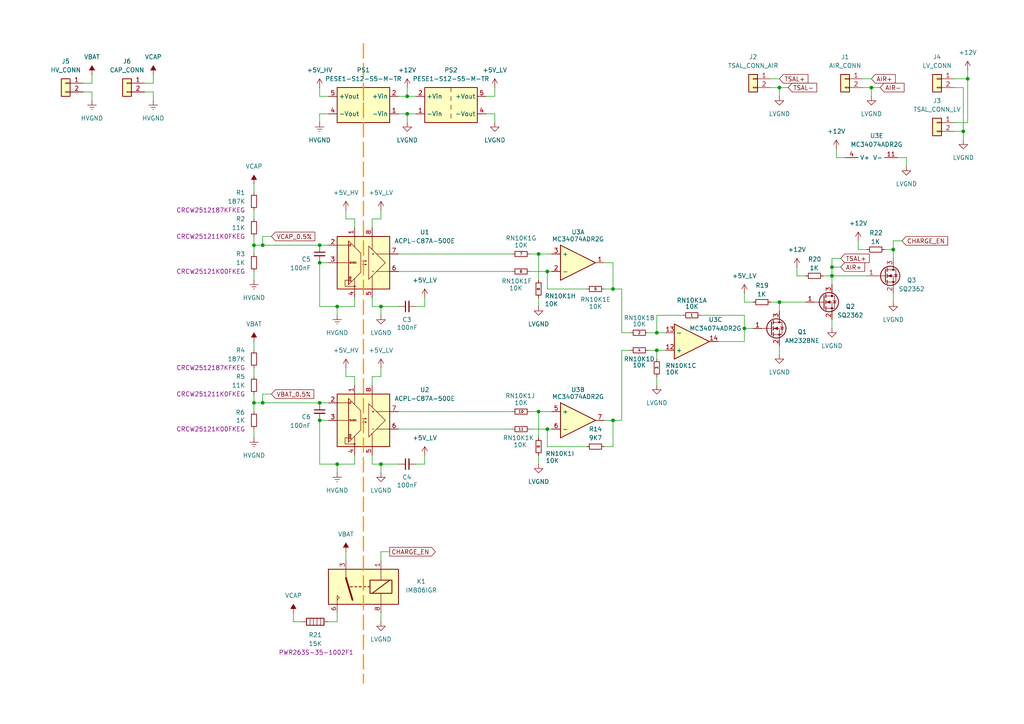
<source format=kicad_sch>
(kicad_sch (version 20231120) (generator "eeschema") (generator_version "8.0")
  (paper "A4")
  (lib_symbols
    (symbol "Conn_01x02_1" (pin_names (offset 1.016) hide)
      (property "Reference" "J2" (at 0 -8.89 0))
      (property "Value" "LV_CONN_OUT" (at 0 -6.35 0))
      (symbol "Conn_01x02_1_1_1"
        (pin passive line (at -5.08 -2.54 0) (length 3.81) (name "Pin_1") (number "1"))
        (pin passive line (at -5.08 0 0) (length 3.81) (name "Pin_2") (number "2"))
      )
    )
    (symbol "Conn_01x02_2" (pin_names (offset 1.016) hide)
      (property "Reference" "J5" (at 0 -8.89 0))
      (property "Value" "CAP_CONN" (at 0 -6.35 0))
      (symbol "Conn_01x02_2_1_1"
        (pin power_out line (at -5.08 -2.54 0) (length 3.81) (name "Pin_1") (number "1"))
        (pin power_out line (at -5.08 0 0) (length 3.81) (name "Pin_2") (number "2"))
      )
    )
    (symbol "Device:C_Small" (pin_numbers hide) (pin_names (offset 0.254) hide)
      (property "Reference" "C" (at 0.254 1.778 0))
      (property "Value" "C_Small" (at 0.254 -2.032 0))
      (symbol "C_Small_1_1"
        (pin passive line (at 0 2.54 270) (length 2.032) (name "~") (number "1"))
        (pin passive line (at 0 -2.54 90) (length 2.032) (name "~") (number "2"))
      )
    )
    (symbol "Device:Heater" (pin_numbers hide) (pin_names (offset 0))
      (property "Reference" "R21" (at 3.81 0 90))
      (property "Value" "15K" (at 6.35 0 90))
      (property "Model" "PWR263S-35-1002F1" (at 8.89 0.254 90))
      (symbol "Heater_1_1"
        (pin passive line (at 0 3.81 270) (length 1.27) (name "~") (number "1"))
        (pin passive line (at 0 -3.81 90) (length 1.27) (name "~") (number "3"))
      )
    )
    (symbol "Device:Opamp_Quad"
      (property "Reference" "U3" (at 7.112 2.286 0))
      (property "Value" "MC34074ADR2G" (at 7.112 4.826 0))
      (symbol "Opamp_Quad_1_1"
        (pin output line (at 7.62 0 180) (length 2.54) (name "~") (number "1"))
        (pin input line (at -7.62 -2.54 0) (length 2.54) (name "-") (number "2"))
        (pin input line (at -7.62 2.54 0) (length 2.54) (name "+") (number "3"))
      )
      (symbol "Opamp_Quad_2_1"
        (pin input line (at -7.62 2.54 0) (length 2.54) (name "+") (number "5"))
        (pin input line (at -7.62 -2.54 0) (length 2.54) (name "-") (number "6"))
        (pin output line (at 7.62 0 180) (length 2.54) (name "~") (number "7"))
      )
      (symbol "Opamp_Quad_3_1"
        (pin input line (at -7.62 2.54 0) (length 2.54) (name "+") (number "12"))
        (pin input line (at -7.62 -2.54 0) (length 2.54) (name "-") (number "13"))
        (pin output line (at 7.62 0 180) (length 2.54) (name "~") (number "14"))
      )
      (symbol "Opamp_Quad_4_1"
        (pin input line (at -7.62 2.54 0) (length 2.54) (name "+") (number "12"))
        (pin input line (at -7.62 -2.54 0) (length 2.54) (name "-") (number "13"))
        (pin output line (at 7.62 0 180) (length 2.54) (name "~") (number "14"))
      )
      (symbol "Opamp_Quad_5_1"
        (pin power_in line (at -2.54 -7.62 90) (length 3.81) (name "V-") (number "11"))
        (pin power_in line (at -2.54 7.62 270) (length 3.81) (name "V+") (number "4"))
      )
    )
    (symbol "Device:Q_NMOS_GSD" (pin_names (offset 0) hide)
      (property "Reference" "Q" (at 5.08 1.27 0))
      (property "Value" "Q_NMOS_GSD" (at 5.08 -1.27 0))
      (symbol "Q_NMOS_GSD_1_1"
        (pin input line (at -5.08 0 0) (length 2.54) (name "G") (number "1"))
        (pin passive line (at 2.54 -5.08 90) (length 2.54) (name "S") (number "2"))
        (pin passive line (at 2.54 5.08 270) (length 2.54) (name "D") (number "3"))
      )
    )
    (symbol "Device:R_Small" (pin_numbers hide) (pin_names (offset 0.254) hide)
      (property "Reference" "R" (at 0.762 0.508 0))
      (property "Value" "R_Small" (at 0.762 -1.016 0))
      (symbol "R_Small_1_1"
        (pin passive line (at 0 2.54 270) (length 0.762) (name "~") (number "1"))
        (pin passive line (at 0 -2.54 90) (length 0.762) (name "~") (number "2"))
      )
    )
    (symbol "ITX0505SA_1"
      (property "Reference" "PS1" (at 0 10.16 0))
      (property "Value" "PESE1-S12-S5-M-TR" (at 0 7.62 0))
      (symbol "ITX0505SA_1_0_0"
        (pin power_in line (at -10.16 -2.54 0) (length 2.54) (name "-Vin") (number "1"))
        (pin power_in line (at -10.16 2.54 0) (length 2.54) (name "+Vin") (number "2"))
      )
      (symbol "ITX0505SA_1_1_0"
        (pin power_out line (at 10.16 -2.54 180) (length 2.54) (name "-Vout") (number "4"))
        (pin power_out line (at 10.16 2.54 180) (length 2.54) (name "+Vout") (number "5"))
      )
    )
    (symbol "Isolator_Analog:ACPL-C87A" (pin_names (offset 0) hide)
      (property "Reference" "U" (at -5.08 10.795 0))
      (property "Value" "ACPL-C87A" (at -5.08 8.89 0))
      (symbol "ACPL-C87A_0_0"
        (text "GND" (at -3.81 -4.699 900) (effects (font (size 0.508 0.508))))
        (text "IN" (at -3.81 5.08 900) (effects (font (size 0.508 0.508))))
        (text "SHDN" (at -3.048 0 0) (effects (font (size 0.508 0.508))))
      )
      (symbol "ACPL-C87A_1_1"
        (pin power_in line (at -2.54 10.16 270) (length 2.54) (name "VDD1") (number "1"))
        (pin input line (at -10.16 5.08 0) (length 2.54) (name "IN") (number "2"))
        (pin input line (at -10.16 0 0) (length 2.54) (name "IN-") (number "3"))
        (pin power_in line (at -2.54 -10.16 90) (length 2.54) (name "GND1") (number "4"))
        (pin power_in line (at 2.54 -10.16 90) (length 2.54) (name "GND2") (number "5"))
        (pin output line (at 10.16 -2.54 180) (length 2.54) (name "OUT-") (number "6"))
        (pin output line (at 10.16 2.54 180) (length 2.54) (name "OUT+") (number "7"))
        (pin power_in line (at 2.54 10.16 270) (length 2.54) (name "VDD2") (number "8"))
      )
    )
    (symbol "Opamp_Quad_1"
      (property "Reference" "U3" (at 7.112 2.286 0))
      (property "Value" "MC34074ADR2G" (at 7.112 4.826 0))
      (symbol "Opamp_Quad_1_1_1"
        (pin output line (at 7.62 0 180) (length 2.54) (name "~") (number "1"))
        (pin input line (at -7.62 -2.54 0) (length 2.54) (name "-") (number "2"))
        (pin input line (at -7.62 2.54 0) (length 2.54) (name "+") (number "3"))
      )
      (symbol "Opamp_Quad_1_2_1"
        (pin input line (at -7.62 2.54 0) (length 2.54) (name "+") (number "5"))
        (pin input line (at -7.62 -2.54 0) (length 2.54) (name "-") (number "6"))
        (pin output line (at 7.62 0 180) (length 2.54) (name "~") (number "7"))
      )
      (symbol "Opamp_Quad_1_3_1"
        (pin input line (at -7.62 2.54 0) (length 2.54) (name "+") (number "12"))
        (pin input line (at -7.62 -2.54 0) (length 2.54) (name "-") (number "13"))
        (pin output line (at 7.62 0 180) (length 2.54) (name "~") (number "14"))
      )
      (symbol "Opamp_Quad_1_4_1"
        (pin input line (at -7.62 2.54 0) (length 2.54) (name "+") (number "12"))
        (pin input line (at -7.62 -2.54 0) (length 2.54) (name "-") (number "13"))
        (pin output line (at 7.62 0 180) (length 2.54) (name "~") (number "14"))
      )
      (symbol "Opamp_Quad_1_5_1"
        (pin power_in line (at -2.54 -7.62 90) (length 3.81) (name "V-") (number "11"))
        (pin power_in line (at -2.54 7.62 270) (length 3.81) (name "V+") (number "4"))
      )
    )
    (symbol "Opamp_Quad_2"
      (property "Reference" "U3" (at 7.112 2.286 0))
      (property "Value" "MC34074ADR2G" (at 7.112 4.826 0))
      (symbol "Opamp_Quad_2_1_1"
        (pin output line (at 7.62 0 180) (length 2.54) (name "~") (number "1"))
        (pin input line (at -7.62 -2.54 0) (length 2.54) (name "-") (number "2"))
        (pin input line (at -7.62 2.54 0) (length 2.54) (name "+") (number "3"))
      )
      (symbol "Opamp_Quad_2_2_1"
        (pin input line (at -7.62 2.54 0) (length 2.54) (name "+") (number "5"))
        (pin input line (at -7.62 -2.54 0) (length 2.54) (name "-") (number "6"))
        (pin output line (at 7.62 0 180) (length 2.54) (name "~") (number "7"))
      )
      (symbol "Opamp_Quad_2_3_1"
        (pin input line (at -7.62 2.54 0) (length 2.54) (name "+") (number "12"))
        (pin input line (at -7.62 -2.54 0) (length 2.54) (name "-") (number "13"))
        (pin output line (at 7.62 0 180) (length 2.54) (name "~") (number "14"))
      )
      (symbol "Opamp_Quad_2_4_1"
        (pin input line (at -7.62 2.54 0) (length 2.54) (name "+") (number "12"))
        (pin input line (at -7.62 -2.54 0) (length 2.54) (name "-") (number "13"))
        (pin output line (at 7.62 0 180) (length 2.54) (name "~") (number "14"))
      )
      (symbol "Opamp_Quad_2_5_1"
        (pin power_in line (at -2.54 -7.62 90) (length 3.81) (name "V-") (number "11"))
        (pin power_in line (at -2.54 7.62 270) (length 3.81) (name "V+") (number "4"))
      )
    )
    (symbol "Opamp_Quad_3"
      (property "Reference" "U3" (at 7.112 2.286 0))
      (property "Value" "MC34074ADR2G" (at 7.112 4.826 0))
      (symbol "Opamp_Quad_3_1_1"
        (pin output line (at 7.62 0 180) (length 2.54) (name "~") (number "1"))
        (pin input line (at -7.62 -2.54 0) (length 2.54) (name "-") (number "2"))
        (pin input line (at -7.62 2.54 0) (length 2.54) (name "+") (number "3"))
      )
      (symbol "Opamp_Quad_3_2_1"
        (pin input line (at -7.62 2.54 0) (length 2.54) (name "+") (number "5"))
        (pin input line (at -7.62 -2.54 0) (length 2.54) (name "-") (number "6"))
        (pin output line (at 7.62 0 180) (length 2.54) (name "~") (number "7"))
      )
      (symbol "Opamp_Quad_3_3_1"
        (pin input line (at -7.62 2.54 0) (length 2.54) (name "+") (number "12"))
        (pin input line (at -7.62 -2.54 0) (length 2.54) (name "-") (number "13"))
        (pin output line (at 7.62 0 180) (length 2.54) (name "~") (number "14"))
      )
      (symbol "Opamp_Quad_3_4_1"
        (pin input line (at -7.62 2.54 0) (length 2.54) (name "+") (number "12"))
        (pin input line (at -7.62 -2.54 0) (length 2.54) (name "-") (number "13"))
        (pin output line (at 7.62 0 180) (length 2.54) (name "~") (number "14"))
      )
      (symbol "Opamp_Quad_3_5_1"
        (pin power_in line (at -2.54 -7.62 90) (length 3.81) (name "V-") (number "11"))
        (pin power_in line (at -2.54 7.62 270) (length 3.81) (name "V+") (number "4"))
      )
    )
    (symbol "Relay:Relay_SPST-NO"
      (property "Reference" "K1" (at -15.24 0 90))
      (property "Value" "IMB03IGR" (at -12.7 0 90))
      (symbol "Relay_SPST-NO_1_1"
        (pin passive line (at -5.08 -7.62 90) (length 2.54) (name "~") (number "1"))
        (pin passive line (at 5.08 -7.62 90) (length 2.54) (name "~") (number "3"))
        (pin passive line (at 7.62 7.62 270) (length 2.54) (name "~") (number "6"))
        (pin passive line (at -5.08 7.62 270) (length 2.54) (name "~") (number "8"))
      )
    )
    (symbol "customSymbols:OSOPTC1002AT0"
      (property "Reference" "RN10K" (at 0 2.54 0))
      (symbol "OSOPTC1002AT0_1_1"
        (text "1" (at 0 0 0) (effects (font (size 0.762 0.762))))
        (pin passive line (at -2.54 0 0) (length 0.762) (name "~") (number "1"))
        (pin passive line (at 2.54 0 180) (length 0.762) (name "~") (number "24"))
      )
      (symbol "OSOPTC1002AT0_2_1"
        (text "2" (at 0 0 0) (effects (font (size 0.762 0.762))))
        (pin passive line (at -2.54 0 0) (length 0.762) (name "~") (number "2"))
        (pin passive line (at 2.54 0 180) (length 0.762) (name "~") (number "23"))
      )
      (symbol "OSOPTC1002AT0_3_1"
        (text "3" (at 0 0 0) (effects (font (size 0.762 0.762))))
        (pin passive line (at 2.54 0 180) (length 0.762) (name "~") (number "22"))
        (pin passive line (at -2.54 0 0) (length 0.762) (name "~") (number "3"))
      )
      (symbol "OSOPTC1002AT0_4_1"
        (text "4" (at 0 0 0) (effects (font (size 0.762 0.762))))
        (pin passive line (at 2.54 0 180) (length 0.762) (name "~") (number "21"))
        (pin passive line (at -2.54 0 0) (length 0.762) (name "~") (number "4"))
      )
      (symbol "OSOPTC1002AT0_5_1"
        (text "5" (at 0 0 0) (effects (font (size 0.762 0.762))))
        (pin passive line (at 2.54 0 180) (length 0.762) (name "~") (number "20"))
        (pin passive line (at -2.54 0 0) (length 0.762) (name "~") (number "5"))
      )
      (symbol "OSOPTC1002AT0_6_1"
        (text "6" (at 0 0 0) (effects (font (size 0.762 0.762))))
        (pin passive line (at 2.54 0 180) (length 0.762) (name "~") (number "19"))
        (pin passive line (at -2.54 0 0) (length 0.762) (name "~") (number "6"))
      )
      (symbol "OSOPTC1002AT0_7_1"
        (text "7" (at 0 0 0) (effects (font (size 0.762 0.762))))
        (pin passive line (at 2.54 0 180) (length 0.762) (name "~") (number "18"))
        (pin passive line (at -2.54 0 0) (length 0.762) (name "~") (number "7"))
      )
      (symbol "OSOPTC1002AT0_8_1"
        (text "8" (at 0 0 0) (effects (font (size 0.762 0.762))))
        (pin passive line (at 2.54 0 180) (length 0.762) (name "~") (number "17"))
        (pin passive line (at -2.54 0 0) (length 0.762) (name "~") (number "8"))
      )
      (symbol "OSOPTC1002AT0_9_1"
        (text "9" (at 0 0 0) (effects (font (size 0.762 0.762))))
        (pin passive line (at 2.54 0 180) (length 0.762) (name "~") (number "16"))
        (pin passive line (at -2.54 0 0) (length 0.762) (name "~") (number "9"))
      )
      (symbol "OSOPTC1002AT0_10_1"
        (text "10" (at 0 0 0) (effects (font (size 0.762 0.762))))
        (pin passive line (at -2.54 0 0) (length 0.762) (name "~") (number "10"))
        (pin passive line (at 2.54 0 180) (length 0.762) (name "~") (number "15"))
      )
      (symbol "OSOPTC1002AT0_11_1"
        (text "11" (at 0 0 0) (effects (font (size 0.762 0.762))))
        (pin passive line (at -2.54 0 0) (length 0.762) (name "~") (number "11"))
        (pin passive line (at 2.54 0 180) (length 0.762) (name "~") (number "14"))
      )
      (symbol "OSOPTC1002AT0_12_1"
        (text "12" (at 0 0 0) (effects (font (size 0.762 0.762))))
        (pin passive line (at -2.54 0 0) (length 0.762) (name "~") (number "12"))
        (pin passive line (at 2.54 0 180) (length 0.762) (name "~") (number "13"))
      )
    )
    (symbol "power:+12V" (power) (pin_numbers hide) (pin_names (offset 0) hide)
      (property "Value" "+12V" (at 0 3.556 0))
      (symbol "+12V_1_1"
        (pin power_in line (at 0 0 90) (length 0) (name "~") (number "1"))
      )
    )
    (symbol "power:+5V" (power) (pin_numbers hide) (pin_names (offset 0) hide)
      (property "Value" "+5V" (at 0 3.556 0))
      (symbol "+5V_1_1"
        (pin power_in line (at 0 0 90) (length 0) (name "~") (number "1"))
      )
    )
    (symbol "power:GND" (power) (pin_numbers hide) (pin_names (offset 0) hide)
      (property "Value" "GND" (at 0 -3.81 0))
      (symbol "GND_1_1"
        (pin power_in line (at 0 0 270) (length 0) (name "~") (number "1"))
      )
    )
    (symbol "power:GNDREF" (power) (pin_numbers hide) (pin_names (offset 0) hide)
      (property "Value" "GNDREF" (at 0 -3.81 0))
      (symbol "GNDREF_1_1"
        (pin power_in line (at 0 0 270) (length 0) (name "~") (number "1"))
      )
    )
    (symbol "power:VSS" (power) (pin_numbers hide) (pin_names (offset 0) hide)
      (property "Value" "VSS" (at 0 3.556 0))
      (symbol "VSS_1_1"
        (pin power_in line (at 0 0 90) (length 0) (name "~") (number "1"))
      )
    )
    (symbol "power:VSSA" (power) (pin_numbers hide) (pin_names (offset 0) hide)
      (property "Value" "VSSA" (at 0 3.556 0))
      (symbol "VSSA_1_1"
        (pin power_in line (at 0 0 90) (length 0) (name "~") (number "1"))
      )
    )
  )
  (junction (at 110.49 88.9))
  (junction (at 259.08 72.39))
  (junction (at 76.2 71.12))
  (junction (at 279.4 38.1))
  (junction (at 118.11 33.02))
  (junction (at 76.2 116.84))
  (junction (at 241.3 77.47))
  (junction (at 73.66 71.12))
  (junction (at 158.75 78.74))
  (junction (at 252.73 25.4))
  (junction (at 97.79 134.62))
  (junction (at 177.8 121.92))
  (junction (at 92.71 116.84))
  (junction (at 190.5 96.52))
  (junction (at 156.21 119.38))
  (junction (at 97.79 88.9))
  (junction (at 158.75 124.46))
  (junction (at 73.66 116.84))
  (junction (at 92.71 121.92))
  (junction (at 241.3 80.01))
  (junction (at 110.49 134.62))
  (junction (at 156.21 73.66))
  (junction (at 226.06 25.4))
  (junction (at 226.06 87.63))
  (junction (at 118.11 27.94))
  (junction (at 280.67 22.86))
  (junction (at 177.8 83.82))
  (junction (at 215.9 95.25))
  (junction (at 92.71 76.2))
  (junction (at 92.71 71.12))
  (junction (at 190.5 101.6))
  (wire (pts (xy 158.75 83.82) (xy 158.75 78.74)))
  (wire (pts (xy 73.66 114.3) (xy 73.66 116.84)))
  (wire (pts (xy 226.06 87.63) (xy 233.68 87.63)))
  (wire (pts (xy 95.25 121.92) (xy 92.71 121.92)))
  (wire (pts (xy 107.95 132.08) (xy 107.95 134.62)))
  (wire (pts (xy 24.13 26.67) (xy 26.67 26.67)))
  (wire (pts (xy 92.71 71.12) (xy 95.25 71.12)))
  (wire (pts (xy 180.34 96.52) (xy 180.34 83.82)))
  (wire (pts (xy 226.06 25.4) (xy 226.06 27.94)))
  (wire (pts (xy 241.3 74.93) (xy 243.84 74.93)))
  (wire (pts (xy 190.5 101.6) (xy 190.5 104.14)))
  (wire (pts (xy 180.34 101.6) (xy 180.34 121.92)))
  (wire (pts (xy 241.3 74.93) (xy 241.3 77.47)))
  (wire (pts (xy 223.52 22.86) (xy 226.06 22.86)))
  (wire (pts (xy 259.08 69.85) (xy 259.08 72.39)))
  (wire (pts (xy 156.21 119.38) (xy 160.02 119.38)))
  (wire (pts (xy 252.73 25.4) (xy 255.27 25.4)))
  (wire (pts (xy 73.66 71.12) (xy 73.66 73.66)))
  (wire (pts (xy 110.49 160.02) (xy 110.49 162.56)))
  (wire (pts (xy 180.34 101.6) (xy 182.88 101.6)))
  (wire (pts (xy 100.33 63.5) (xy 102.87 63.5)))
  (wire (pts (xy 177.8 83.82) (xy 180.34 83.82)))
  (wire (pts (xy 26.67 21.59) (xy 26.67 24.13)))
  (wire (pts (xy 241.3 92.71) (xy 241.3 95.25)))
  (wire (pts (xy 279.4 25.4) (xy 279.4 38.1)))
  (wire (pts (xy 260.35 45.72) (xy 262.89 45.72)))
  (wire (pts (xy 97.79 88.9) (xy 102.87 88.9)))
  (wire (pts (xy 110.49 88.9) (xy 115.57 88.9)))
  (wire (pts (xy 250.19 25.4) (xy 252.73 25.4)))
  (wire (pts (xy 118.11 27.94) (xy 120.65 27.94)))
  (wire (pts (xy 215.9 87.63) (xy 218.44 87.63)))
  (wire (pts (xy 73.66 106.68) (xy 73.66 109.22)))
  (wire (pts (xy 95.25 76.2) (xy 92.71 76.2)))
  (wire (pts (xy 153.67 119.38) (xy 156.21 119.38)))
  (wire (pts (xy 190.5 96.52) (xy 193.04 96.52)))
  (wire (pts (xy 143.51 33.02) (xy 143.51 35.56)))
  (wire (pts (xy 110.49 60.96) (xy 110.49 63.5)))
  (wire (pts (xy 238.76 80.01) (xy 241.3 80.01)))
  (wire (pts (xy 248.92 72.39) (xy 251.46 72.39)))
  (wire (pts (xy 256.54 72.39) (xy 259.08 72.39)))
  (wire (pts (xy 242.57 45.72) (xy 245.11 45.72)))
  (wire (pts (xy 92.71 116.84) (xy 95.25 116.84)))
  (wire (pts (xy 280.67 22.86) (xy 280.67 35.56)))
  (wire (pts (xy 226.06 25.4) (xy 228.6 25.4)))
  (wire (pts (xy 262.89 45.72) (xy 262.89 48.26)))
  (wire (pts (xy 215.9 95.25) (xy 215.9 99.06)))
  (wire (pts (xy 241.3 80.01) (xy 241.3 82.55)))
  (wire (pts (xy 187.96 96.52) (xy 190.5 96.52)))
  (wire (pts (xy 223.52 25.4) (xy 226.06 25.4)))
  (wire (pts (xy 156.21 119.38) (xy 156.21 127)))
  (wire (pts (xy 73.66 124.46) (xy 73.66 127)))
  (wire (pts (xy 231.14 80.01) (xy 233.68 80.01)))
  (wire (pts (xy 102.87 109.22) (xy 102.87 111.76)))
  (wire (pts (xy 175.26 121.92) (xy 177.8 121.92)))
  (wire (pts (xy 115.57 78.74) (xy 148.59 78.74)))
  (wire (pts (xy 107.95 66.04) (xy 107.95 63.5)))
  (wire (pts (xy 250.19 22.86) (xy 252.73 22.86)))
  (wire (pts (xy 115.57 33.02) (xy 118.11 33.02)))
  (wire (pts (xy 170.18 83.82) (xy 158.75 83.82)))
  (wire (pts (xy 153.67 124.46) (xy 158.75 124.46)))
  (wire (pts (xy 259.08 85.09) (xy 259.08 87.63)))
  (wire (pts (xy 102.87 63.5) (xy 102.87 66.04)))
  (wire (pts (xy 175.26 129.54) (xy 177.8 129.54)))
  (wire (pts (xy 156.21 73.66) (xy 156.21 81.28)))
  (wire (pts (xy 76.2 114.3) (xy 76.2 116.84)))
  (wire (pts (xy 156.21 132.08) (xy 156.21 134.62)))
  (wire (pts (xy 97.79 177.8) (xy 97.79 180.34)))
  (wire (pts (xy 170.18 129.54) (xy 158.75 129.54)))
  (wire (pts (xy 118.11 25.4) (xy 118.11 27.94)))
  (wire (pts (xy 73.66 99.06) (xy 73.66 101.6)))
  (wire (pts (xy 252.73 25.4) (xy 252.73 27.94)))
  (wire (pts (xy 41.91 24.13) (xy 44.45 24.13)))
  (wire (pts (xy 248.92 69.85) (xy 248.92 72.39)))
  (wire (pts (xy 276.86 38.1) (xy 279.4 38.1)))
  (wire (pts (xy 143.51 25.4) (xy 143.51 27.94)))
  (wire (pts (xy 76.2 68.58) (xy 78.74 68.58)))
  (wire (pts (xy 208.28 99.06) (xy 215.9 99.06)))
  (wire (pts (xy 73.66 116.84) (xy 73.66 119.38)))
  (wire (pts (xy 92.71 33.02) (xy 92.71 35.56)))
  (wire (pts (xy 153.67 78.74) (xy 158.75 78.74)))
  (wire (pts (xy 92.71 121.92) (xy 92.71 134.62)))
  (wire (pts (xy 110.49 106.68) (xy 110.49 109.22)))
  (wire (pts (xy 97.79 88.9) (xy 97.79 91.44)))
  (wire (pts (xy 107.95 134.62) (xy 110.49 134.62)))
  (wire (pts (xy 203.2 91.44) (xy 215.9 91.44)))
  (wire (pts (xy 279.4 38.1) (xy 279.4 40.64)))
  (wire (pts (xy 115.57 124.46) (xy 148.59 124.46)))
  (wire (pts (xy 110.49 177.8) (xy 110.49 180.34)))
  (wire (pts (xy 73.66 78.74) (xy 73.66 81.28)))
  (wire (pts (xy 226.06 100.33) (xy 226.06 102.87)))
  (wire (pts (xy 226.06 87.63) (xy 226.06 90.17)))
  (wire (pts (xy 24.13 24.13) (xy 26.67 24.13)))
  (wire (pts (xy 158.75 129.54) (xy 158.75 124.46)))
  (wire (pts (xy 26.67 26.67) (xy 26.67 29.21)))
  (wire (pts (xy 175.26 76.2) (xy 177.8 76.2)))
  (wire (pts (xy 110.49 88.9) (xy 110.49 91.44)))
  (wire (pts (xy 241.3 77.47) (xy 241.3 80.01)))
  (wire (pts (xy 276.86 25.4) (xy 279.4 25.4)))
  (wire (pts (xy 156.21 73.66) (xy 160.02 73.66)))
  (wire (pts (xy 190.5 109.22) (xy 190.5 111.76)))
  (wire (pts (xy 107.95 109.22) (xy 110.49 109.22)))
  (wire (pts (xy 87.63 180.34) (xy 85.09 180.34)))
  (wire (pts (xy 215.9 95.25) (xy 218.44 95.25)))
  (wire (pts (xy 76.2 116.84) (xy 92.71 116.84)))
  (wire (pts (xy 259.08 69.85) (xy 261.62 69.85)))
  (wire (pts (xy 110.49 160.02) (xy 113.03 160.02)))
  (wire (pts (xy 177.8 83.82) (xy 177.8 76.2)))
  (wire (pts (xy 243.84 77.47) (xy 241.3 77.47)))
  (wire (pts (xy 223.52 87.63) (xy 226.06 87.63)))
  (wire (pts (xy 76.2 71.12) (xy 92.71 71.12)))
  (wire (pts (xy 73.66 53.34) (xy 73.66 55.88)))
  (wire (pts (xy 115.57 27.94) (xy 118.11 27.94)))
  (wire (pts (xy 140.97 27.94) (xy 143.51 27.94)))
  (wire (pts (xy 175.26 83.82) (xy 177.8 83.82)))
  (wire (pts (xy 107.95 86.36) (xy 107.95 88.9)))
  (wire (pts (xy 118.11 33.02) (xy 120.65 33.02)))
  (wire (pts (xy 102.87 134.62) (xy 102.87 132.08)))
  (wire (pts (xy 118.11 33.02) (xy 118.11 35.56)))
  (wire (pts (xy 73.66 71.12) (xy 76.2 71.12)))
  (wire (pts (xy 231.14 77.47) (xy 231.14 80.01)))
  (wire (pts (xy 110.49 134.62) (xy 110.49 137.16)))
  (wire (pts (xy 215.9 85.09) (xy 215.9 87.63)))
  (wire (pts (xy 92.71 88.9) (xy 97.79 88.9)))
  (wire (pts (xy 187.96 101.6) (xy 190.5 101.6)))
  (wire (pts (xy 190.5 101.6) (xy 193.04 101.6)))
  (wire (pts (xy 276.86 35.56) (xy 280.67 35.56)))
  (wire (pts (xy 92.71 76.2) (xy 92.71 88.9)))
  (wire (pts (xy 100.33 160.02) (xy 100.33 162.56)))
  (wire (pts (xy 153.67 73.66) (xy 156.21 73.66)))
  (wire (pts (xy 92.71 134.62) (xy 97.79 134.62)))
  (wire (pts (xy 76.2 114.3) (xy 78.74 114.3)))
  (wire (pts (xy 242.57 43.18) (xy 242.57 45.72)))
  (wire (pts (xy 100.33 106.68) (xy 100.33 109.22)))
  (wire (pts (xy 158.75 78.74) (xy 160.02 78.74)))
  (wire (pts (xy 73.66 60.96) (xy 73.66 63.5)))
  (wire (pts (xy 100.33 109.22) (xy 102.87 109.22)))
  (wire (pts (xy 107.95 63.5) (xy 110.49 63.5)))
  (wire (pts (xy 107.95 88.9) (xy 110.49 88.9)))
  (wire (pts (xy 107.95 111.76) (xy 107.95 109.22)))
  (wire (pts (xy 180.34 96.52) (xy 182.88 96.52)))
  (wire (pts (xy 120.65 134.62) (xy 123.19 134.62)))
  (wire (pts (xy 92.71 27.94) (xy 95.25 27.94)))
  (wire (pts (xy 44.45 26.67) (xy 44.45 29.21)))
  (wire (pts (xy 41.91 26.67) (xy 44.45 26.67)))
  (wire (pts (xy 259.08 72.39) (xy 259.08 74.93)))
  (wire (pts (xy 120.65 88.9) (xy 123.19 88.9)))
  (wire (pts (xy 123.19 134.62) (xy 123.19 132.08)))
  (wire (pts (xy 123.19 88.9) (xy 123.19 86.36)))
  (wire (pts (xy 102.87 88.9) (xy 102.87 86.36)))
  (wire (pts (xy 76.2 68.58) (xy 76.2 71.12)))
  (wire (pts (xy 115.57 119.38) (xy 148.59 119.38)))
  (wire (pts (xy 110.49 134.62) (xy 115.57 134.62)))
  (wire (pts (xy 276.86 22.86) (xy 280.67 22.86)))
  (wire (pts (xy 177.8 129.54) (xy 177.8 121.92)))
  (wire (pts (xy 215.9 91.44) (xy 215.9 95.25)))
  (wire (pts (xy 73.66 68.58) (xy 73.66 71.12)))
  (wire (pts (xy 92.71 33.02) (xy 95.25 33.02)))
  (wire (pts (xy 140.97 33.02) (xy 143.51 33.02)))
  (wire (pts (xy 115.57 73.66) (xy 148.59 73.66)))
  (polyline (pts (xy 105.41 12.7) (xy 105.41 198.12)) (stroke (width 0.381) (type dash) (color 255 153 0 1)))
  (wire (pts (xy 241.3 80.01) (xy 251.46 80.01)))
  (wire (pts (xy 280.67 20.32) (xy 280.67 22.86)))
  (wire (pts (xy 180.34 121.92) (xy 177.8 121.92)))
  (wire (pts (xy 158.75 124.46) (xy 160.02 124.46)))
  (wire (pts (xy 73.66 116.84) (xy 76.2 116.84)))
  (wire (pts (xy 97.79 134.62) (xy 102.87 134.62)))
  (wire (pts (xy 100.33 60.96) (xy 100.33 63.5)))
  (wire (pts (xy 97.79 180.34) (xy 95.25 180.34)))
  (wire (pts (xy 156.21 86.36) (xy 156.21 88.9)))
  (wire (pts (xy 85.09 180.34) (xy 85.09 177.8)))
  (wire (pts (xy 190.5 91.44) (xy 190.5 96.52)))
  (wire (pts (xy 97.79 134.62) (xy 97.79 137.16)))
  (wire (pts (xy 198.12 91.44) (xy 190.5 91.44)))
  (wire (pts (xy 44.45 24.13) (xy 44.45 21.59)))
  (wire (pts (xy 92.71 25.4) (xy 92.71 27.94)))
  (global_label "CHARGE_EN" (shape input) (at 261.62 69.85 0) (property "Intersheetrefs" "${INTERSHEET_REFS}" (effects (hide yes))))
  (global_label "CHARGE_EN" (shape output) (at 113.03 160.02 0) (property "Intersheetrefs" "${INTERSHEET_REFS}" (effects (hide yes))))
  (global_label "TSAL-" (shape input) (at 228.6 25.4 0) (property "Intersheetrefs" "${INTERSHEET_REFS}" (effects (hide yes))))
  (global_label "AIR-" (shape input) (at 255.27 25.4 0) (property "Intersheetrefs" "${INTERSHEET_REFS}" (effects (hide yes))))
  (global_label "VBAT_0.5%" (shape input) (at 78.74 114.3 0) (property "Intersheetrefs" "${INTERSHEET_REFS}" (effects (hide yes))))
  (global_label "VCAP_0.5%" (shape input) (at 78.74 68.58 0) (property "Intersheetrefs" "${INTERSHEET_REFS}" (effects (hide yes))))
  (global_label "AIR+" (shape input) (at 243.84 77.47 0) (property "Intersheetrefs" "${INTERSHEET_REFS}" (effects (hide yes))))
  (global_label "AIR+" (shape input) (at 252.73 22.86 0) (property "Intersheetrefs" "${INTERSHEET_REFS}" (effects (hide yes))))
  (global_label "TSAL+" (shape input) (at 243.84 74.93 0) (property "Intersheetrefs" "${INTERSHEET_REFS}" (effects (hide yes))))
  (global_label "TSAL+" (shape input) (at 226.06 22.86 0) (property "Intersheetrefs" "${INTERSHEET_REFS}" (effects (hide yes))))
  (symbol (lib_id "customSymbols:OSOPTC1002AT0") (at 151.13 78.74 0) (mirror x) (unit 6)
    (property "Reference" "RN10K1" (at 149.86 81.534 0))
    (property "Value" "10K" (at 149.606 83.566 0))
    (property "Footprint" "customFootprints:GULLWING24_VIS" (effects (hide yes)))
  )
  (symbol (lib_id "customSymbols:OSOPTC1002AT0") (at 185.42 96.52 0) (unit 2)
    (property "Reference" "RN10K1" (at 185.42 92.202 0))
    (property "Value" "10K" (at 185.42 93.98 0))
    (property "Footprint" "customFootprints:GULLWING24_VIS" (effects (hide yes)))
  )
  (symbol (lib_id "power:VSSA") (at 85.09 177.8 0) (mirror y) (unit 1)
    (property "Reference" "#PWR037" (effects (hide yes)))
    (property "Value" "VCAP" (at 85.09 172.72 0))
    (property "Description" "Power symbol creates a global label with name \"VSSA\"" (effects (hide yes)))
  )
  (symbol (lib_id "power:GNDREF") (at 97.79 137.16 0) (unit 1)
    (property "Reference" "#PWR019" (effects (hide yes)))
    (property "Value" "HVGND" (at 97.79 142.24 0))
    (property "Description" "Power symbol creates a global label with name \"GNDREF\" , reference supply ground" (effects (hide yes)))
  )
  (symbol (lib_name "Conn_01x02_1") (lib_id "Connector_Generic:Conn_01x02") (at 245.11 25.4 180) (unit 1)
    (property "Reference" "J1" (at 245.11 16.51 0))
    (property "Value" "AIR_CONN" (at 245.11 19.05 0))
    (property "Footprint" "molexMiniFitJr:MFJ_2X1" (effects (hide yes)))
    (property "Description" "Generic connector, single row, 01x02, script generated (kicad-library-utils/schlib/autogen/connector/)" (effects (hide yes)))
  )
  (symbol (lib_name "ITX0505SA_1") (lib_id "Converter_DCDC:ITX0505SA") (at 105.41 30.48 0) (mirror y) (unit 1)
    (property "Reference" "PS1" (at 105.41 20.32 0))
    (property "Value" "PESE1-S12-S5-M-TR" (at 105.41 22.86 0))
    (property "Footprint" "customFootprints:SMD5_12.75X10.7X6.7_SINGLE_RCP" (effects (hide yes)))
    (property "Datasheet" "https://www.xppower.com/pdfs/SF_ITX.pdf" (effects (hide yes)))
    (property "Description" "XP Power 6W, 1000 VDC Isolated DC/DC Converter Module, Fully Regulated Single Output Voltage 5V, ±1200mA, 5V Input Voltage, SIP" (effects (hide yes)))
  )
  (symbol (lib_id "Device:R_Small") (at 172.72 129.54 90) (mirror x) (unit 1)
    (property "Reference" "R14" (at 172.72 124.46 90))
    (property "Value" "9K7" (at 172.72 127 90))
    (property "Footprint" "Resistor_SMD:R_0805_2012Metric" (effects (hide yes)))
    (property "Description" "Resistor, small symbol" (effects (hide yes)))
  )
  (symbol (lib_id "Relay:Relay_SPST-NO") (at 105.41 170.18 180) (unit 1)
    (property "Reference" "K1" (at 122.174 168.656 0))
    (property "Value" "IMB06IGR" (at 122.174 171.196 0))
    (property "Footprint" "customFootprints:IMB03IGR" (effects (hide yes)))
    (property "Description" "Relay SPST, normally open, EN50005" (effects (hide yes)))
  )
  (symbol (lib_id "Device:R_Small") (at 73.66 104.14 0) (unit 1)
    (property "Reference" "R4" (at 71.12 101.5999 0) (effects (justify right)))
    (property "Value" "187K" (at 71.12 104.1399 0) (effects (justify right)))
    (property "Footprint" "customFootprints:RC2512N_VIS" (effects (hide yes)))
    (property "Description" "Resistor, small symbol" (effects (hide yes)))
    (property "Tolerance" "≥1%" (effects (hide yes)))
    (property "Model" "CRCW2512187KFKEG" (at 71.12 106.6799 0) (effects (justify right)))
  )
  (symbol (lib_id "power:+5V") (at 215.9 85.09 0) (unit 1)
    (property "Reference" "#PWR032" (effects (hide yes)))
    (property "Value" "+5V_LV" (at 215.9 80.01 0))
    (property "Description" "Power symbol creates a global label with name \"+5V\"" (effects (hide yes)))
  )
  (symbol (lib_id "Device:R_Small") (at 220.98 87.63 270) (unit 1)
    (property "Reference" "R19" (at 223.012 82.804 90) (effects (justify right)))
    (property "Value" "1K" (at 222.25 85.344 90) (effects (justify right)))
    (property "Footprint" "Resistor_SMD:R_0805_2012Metric" (effects (hide yes)))
    (property "Description" "Resistor, small symbol" (effects (hide yes)))
  )
  (symbol (lib_name "ITX0505SA_1") (lib_id "Converter_DCDC:ITX0505SA") (at 130.81 30.48 0) (unit 1)
    (property "Reference" "PS2" (at 130.81 20.32 0))
    (property "Value" "PESE1-S12-S5-M-TR" (at 130.81 22.86 0))
    (property "Footprint" "customFootprints:SMD5_12.75X10.7X6.7_SINGLE_RCP" (effects (hide yes)))
    (property "Datasheet" "https://www.xppower.com/pdfs/SF_ITX.pdf" (effects (hide yes)))
    (property "Description" "XP Power 6W, 1000 VDC Isolated DC/DC Converter Module, Fully Regulated Single Output Voltage 5V, ±1200mA, 5V Input Voltage, SIP" (effects (hide yes)))
  )
  (symbol (lib_id "power:+12V") (at 242.57 43.18 0) (unit 1)
    (property "Reference" "#PWR027" (effects (hide yes)))
    (property "Value" "+12V" (at 242.57 38.1 0))
    (property "Description" "Power symbol creates a global label with name \"+12V\"" (effects (hide yes)))
  )
  (symbol (lib_id "power:GNDREF") (at 73.66 127 0) (mirror y) (unit 1)
    (property "Reference" "#PWR08" (effects (hide yes)))
    (property "Value" "HVGND" (at 73.66 132.08 0))
    (property "Description" "Power symbol creates a global label with name \"GNDREF\" , reference supply ground" (effects (hide yes)))
  )
  (symbol (lib_id "Device:C_Small") (at 92.71 119.38 0) (mirror y) (unit 1)
    (property "Reference" "C6" (at 90.17 120.904 0) (effects (justify left)))
    (property "Value" "100nF" (at 90.17 123.444 0) (effects (justify left)))
    (property "Footprint" "Capacitor_SMD:C_0805_2012Metric" (effects (hide yes)))
    (property "Description" "Unpolarized capacitor, small symbol" (effects (hide yes)))
  )
  (symbol (lib_id "Device:C_Small") (at 118.11 134.62 90) (mirror x) (unit 1)
    (property "Reference" "C4" (at 119.38 138.43 90) (effects (justify left)))
    (property "Value" "100nF" (at 121.158 140.716 90) (effects (justify left)))
    (property "Footprint" "Capacitor_SMD:C_0805_2012Metric" (effects (hide yes)))
    (property "Description" "Unpolarized capacitor, small symbol" (effects (hide yes)))
  )
  (symbol (lib_id "power:GND") (at 279.4 40.64 0) (unit 1)
    (property "Reference" "#PWR03" (effects (hide yes)))
    (property "Value" "LVGND" (at 279.4 45.72 0))
    (property "Description" "Power symbol creates a global label with name \"GND\" , ground" (effects (hide yes)))
  )
  (symbol (lib_id "power:GND") (at 262.89 48.26 0) (unit 1)
    (property "Reference" "#PWR028" (effects (hide yes)))
    (property "Value" "LVGND" (at 262.89 53.34 0))
    (property "Description" "Power symbol creates a global label with name \"GND\" , ground" (effects (hide yes)))
  )
  (symbol (lib_name "Conn_01x02_1") (lib_id "Connector_Generic:Conn_01x02") (at 271.78 25.4 180) (unit 1)
    (property "Reference" "J4" (at 271.78 16.51 0))
    (property "Value" "LV_CONN" (at 271.78 19.05 0))
    (property "Footprint" "molexMiniFitJr:MFJ_2X1" (effects (hide yes)))
    (property "Description" "Generic connector, single row, 01x02, script generated (kicad-library-utils/schlib/autogen/connector/)" (effects (hide yes)))
  )
  (symbol (lib_name "Conn_01x02_1") (lib_id "Connector_Generic:Conn_01x02") (at 271.78 38.1 180) (unit 1)
    (property "Reference" "J3" (at 271.78 29.21 0))
    (property "Value" "TSAL_CONN_LV" (at 271.78 31.75 0))
    (property "Footprint" "molexMiniFitJr:MFJ_2X1" (effects (hide yes)))
    (property "Description" "Generic connector, single row, 01x02, script generated (kicad-library-utils/schlib/autogen/connector/)" (effects (hide yes)))
  )
  (symbol (lib_id "customSymbols:OSOPTC1002AT0") (at 151.13 124.46 0) (mirror x) (unit 11)
    (property "Reference" "RN10K1" (at 150.368 127 0))
    (property "Value" "10K" (at 150.876 129.032 0))
    (property "Footprint" "customFootprints:GULLWING24_VIS" (effects (hide yes)))
  )
  (symbol (lib_id "power:GND") (at 143.51 35.56 0) (unit 1)
    (property "Reference" "#PWR016" (effects (hide yes)))
    (property "Value" "LVGND" (at 143.51 40.64 0))
    (property "Description" "Power symbol creates a global label with name \"GND\" , ground" (effects (hide yes)))
  )
  (symbol (lib_id "power:GNDREF") (at 92.71 35.56 0) (unit 1)
    (property "Reference" "#PWR018" (effects (hide yes)))
    (property "Value" "HVGND" (at 92.71 40.64 0))
    (property "Description" "Power symbol creates a global label with name \"GNDREF\" , reference supply ground" (effects (hide yes)))
  )
  (symbol (lib_id "Device:R_Small") (at 73.66 66.04 0) (unit 1)
    (property "Reference" "R2" (at 71.12 63.4999 0) (effects (justify right)))
    (property "Value" "11K" (at 71.12 66.0399 0) (effects (justify right)))
    (property "Footprint" "customFootprints:RC2512N_VIS" (effects (hide yes)))
    (property "Description" "Resistor, small symbol" (effects (hide yes)))
    (property "Tolerance" "≥1%" (effects (hide yes)))
    (property "Model" "CRCW251211K0FKEG" (at 71.12 68.5799 0) (effects (justify right)))
  )
  (symbol (lib_id "power:+12V") (at 231.14 77.47 0) (unit 1)
    (property "Reference" "#PWR040" (effects (hide yes)))
    (property "Value" "+12V" (at 231.14 72.39 0))
    (property "Description" "Power symbol creates a global label with name \"+12V\"" (effects (hide yes)))
  )
  (symbol (lib_id "power:GND") (at 226.06 27.94 0) (unit 1)
    (property "Reference" "#PWR042" (effects (hide yes)))
    (property "Value" "LVGND" (at 226.06 33.02 0))
    (property "Description" "Power symbol creates a global label with name \"GND\" , ground" (effects (hide yes)))
  )
  (symbol (lib_id "power:GNDREF") (at 73.66 81.28 0) (mirror y) (unit 1)
    (property "Reference" "#PWR010" (effects (hide yes)))
    (property "Value" "HVGND" (at 73.66 86.36 0))
    (property "Description" "Power symbol creates a global label with name \"GNDREF\" , reference supply ground" (effects (hide yes)))
  )
  (symbol (lib_id "power:GND") (at 190.5 111.76 0) (unit 1)
    (property "Reference" "#PWR031" (effects (hide yes)))
    (property "Value" "LVGND" (at 190.5 116.84 0))
    (property "Description" "Power symbol creates a global label with name \"GND\" , ground" (effects (hide yes)))
  )
  (symbol (lib_id "Isolator_Analog:ACPL-C87A") (at 105.41 76.2 0) (unit 1)
    (property "Reference" "U1" (at 123.19 67.3414 0))
    (property "Value" "ACPL-C87A-500E" (at 123.19 69.8814 0))
    (property "Footprint" "customFootprints:SOIC127P1150X361-8N" (effects (hide yes)))
    (property "Datasheet" "www.avagotech.com/docs/AV02-3563EN" (effects (hide yes)))
    (property "Description" "Precision Optycally Isolated Voltage Sensor, ±1% Gain Tolerance, Bandwidth 100kHz, SSO-8" (effects (hide yes)))
  )
  (symbol (lib_id "Device:Q_NMOS_GSD") (at 238.76 87.63 0) (unit 1)
    (property "Reference" "Q2" (at 246.634 88.9 0))
    (property "Value" "SQ2362" (at 246.634 91.44 0))
    (property "Footprint" "customFootprints:SOT95P237X112-3N" (effects (hide yes)))
    (property "Datasheet" "SQ2362CES-T1_GE3" (effects (hide yes)))
    (property "Description" "N-MOSFET transistor, gate/source/drain" (effects (hide yes)))
  )
  (symbol (lib_name "Opamp_Quad_2") (lib_id "Device:Opamp_Quad") (at 167.64 76.2 0) (unit 1)
    (property "Reference" "U3" (at 167.64 67.31 0))
    (property "Value" "MC34074ADR2G" (at 167.64 69.342 0))
    (property "Footprint" "customFootprints:SOIC127P600X175-14N" (effects (hide yes)))
    (property "Description" "Quad operational amplifier" (effects (hide yes)))
    (property "Sim.Library" "${KICAD7_SYMBOL_DIR}/Simulation_SPICE.sp" (effects (hide yes)))
    (property "Sim.Name" "kicad_builtin_opamp_quad" (effects (hide yes)))
    (property "Sim.Device" "SUBCKT" (effects (hide yes)))
    (property "Sim.Pins" "1=out1 2=in1- 3=in1+ 4=vcc 5=in2+ 6=in2- 7=out2 8=out3 9=in3- 10=in3+ 11=vee 12=in4+ 13=in4- 14=out4" (effects (hide yes)))
  )
  (symbol (lib_id "power:+5V") (at 123.19 86.36 0) (unit 1)
    (property "Reference" "#PWR025" (effects (hide yes)))
    (property "Value" "+5V_LV" (at 123.19 81.28 0))
    (property "Description" "Power symbol creates a global label with name \"+5V\"" (effects (hide yes)))
  )
  (symbol (lib_id "Device:R_Small") (at 73.66 111.76 0) (unit 1)
    (property "Reference" "R5" (at 71.12 109.2199 0) (effects (justify right)))
    (property "Value" "11K" (at 71.12 111.7599 0) (effects (justify right)))
    (property "Footprint" "customFootprints:RC2512N_VIS" (effects (hide yes)))
    (property "Description" "Resistor, small symbol" (effects (hide yes)))
    (property "Tolerance" "≥1%" (effects (hide yes)))
    (property "Model" "CRCW251211K0FKEG" (at 71.12 114.2999 0) (effects (justify right)))
  )
  (symbol (lib_id "power:GND") (at 110.49 180.34 0) (unit 1)
    (property "Reference" "#PWR035" (effects (hide yes)))
    (property "Value" "LVGND" (at 110.49 185.42 0))
    (property "Description" "Power symbol creates a global label with name \"GND\" , ground" (effects (hide yes)))
  )
  (symbol (lib_id "power:GND") (at 241.3 95.25 0) (unit 1)
    (property "Reference" "#PWR038" (effects (hide yes)))
    (property "Value" "LVGND" (at 241.3 100.33 0))
    (property "Description" "Power symbol creates a global label with name \"GND\" , ground" (effects (hide yes)))
  )
  (symbol (lib_id "power:VSS") (at 100.33 160.02 0) (unit 1)
    (property "Reference" "#PWR036" (effects (hide yes)))
    (property "Value" "VBAT" (at 100.33 154.94 0))
    (property "Description" "Power symbol creates a global label with name \"VSS\"" (effects (hide yes)))
  )
  (symbol (lib_id "power:+12V") (at 118.11 25.4 0) (unit 1)
    (property "Reference" "#PWR023" (effects (hide yes)))
    (property "Value" "+12V" (at 118.11 20.32 0))
    (property "Description" "Power symbol creates a global label with name \"+12V\"" (effects (hide yes)))
  )
  (symbol (lib_name "Opamp_Quad_3") (lib_id "Device:Opamp_Quad") (at 252.73 43.18 90) (unit 5)
    (property "Reference" "U3" (at 254.254 39.37 90))
    (property "Value" "MC34074ADR2G" (at 254.254 41.91 90))
    (property "Footprint" "customFootprints:SOIC127P600X175-14N" (effects (hide yes)))
    (property "Description" "Quad operational amplifier" (effects (hide yes)))
    (property "Sim.Library" "${KICAD7_SYMBOL_DIR}/Simulation_SPICE.sp" (effects (hide yes)))
    (property "Sim.Name" "kicad_builtin_opamp_quad" (effects (hide yes)))
    (property "Sim.Device" "SUBCKT" (effects (hide yes)))
    (property "Sim.Pins" "1=out1 2=in1- 3=in1+ 4=vcc 5=in2+ 6=in2- 7=out2 8=out3 9=in3- 10=in3+ 11=vee 12=in4+ 13=in4- 14=out4" (effects (hide yes)))
  )
  (symbol (lib_id "power:+5V") (at 143.51 25.4 0) (unit 1)
    (property "Reference" "#PWR014" (effects (hide yes)))
    (property "Value" "+5V_LV" (at 143.51 20.32 0))
    (property "Description" "Power symbol creates a global label with name \"+5V\"" (effects (hide yes)))
  )
  (symbol (lib_id "power:+12V") (at 248.92 69.85 0) (unit 1)
    (property "Reference" "#PWR041" (effects (hide yes)))
    (property "Value" "+12V" (at 248.92 64.77 0))
    (property "Description" "Power symbol creates a global label with name \"+12V\"" (effects (hide yes)))
  )
  (symbol (lib_id "power:+5V") (at 110.49 60.96 0) (unit 1)
    (property "Reference" "#PWR015" (effects (hide yes)))
    (property "Value" "+5V_LV" (at 110.49 55.88 0))
    (property "Description" "Power symbol creates a global label with name \"+5V\"" (effects (hide yes)))
  )
  (symbol (lib_id "Device:R_Small") (at 73.66 76.2 0) (mirror y) (unit 1)
    (property "Reference" "R3" (at 71.12 73.6599 0) (effects (justify left)))
    (property "Value" "1K" (at 71.12 76.1999 0) (effects (justify left)))
    (property "Footprint" "customFootprints:RC2512N_VIS" (effects (hide yes)))
    (property "Description" "Resistor, small symbol" (effects (hide yes)))
    (property "Tolerance" "≥1%" (effects (hide yes)))
    (property "Model" "CRCW25121K00FKEG" (at 71.12 78.7399 0) (effects (justify left)))
  )
  (symbol (lib_id "power:VSS") (at 73.66 99.06 0) (mirror y) (unit 1)
    (property "Reference" "#PWR07" (effects (hide yes)))
    (property "Value" "VBAT" (at 73.66 93.98 0))
    (property "Description" "Power symbol creates a global label with name \"VSS\"" (effects (hide yes)))
  )
  (symbol (lib_id "Device:Heater") (at 91.44 180.34 270) (unit 1)
    (property "Reference" "R21" (at 91.44 184.15 90))
    (property "Value" "15K" (at 91.44 186.69 90))
    (property "Footprint" "customFootprints:PWR263S-35-1002F_BRN" (effects (hide yes)))
    (property "Description" "Resistive heater" (effects (hide yes)))
    (property "Model" "PWR263S-35-1002F1" (at 91.694 189.23 90))
  )
  (symbol (lib_id "power:GNDREF") (at 44.45 29.21 0) (unit 1)
    (property "Reference" "#PWR02" (effects (hide yes)))
    (property "Value" "HVGND" (at 44.45 34.29 0))
    (property "Description" "Power symbol creates a global label with name \"GNDREF\" , reference supply ground" (effects (hide yes)))
  )
  (symbol (lib_id "power:+5V") (at 100.33 60.96 0) (unit 1)
    (property "Reference" "#PWR011" (effects (hide yes)))
    (property "Value" "+5V_HV" (at 100.33 55.88 0))
    (property "Description" "Power symbol creates a global label with name \"+5V\"" (effects (hide yes)))
  )
  (symbol (lib_id "power:GNDREF") (at 26.67 29.21 0) (unit 1)
    (property "Reference" "#PWR05" (effects (hide yes)))
    (property "Value" "HVGND" (at 26.67 34.29 0))
    (property "Description" "Power symbol creates a global label with name \"GNDREF\" , reference supply ground" (effects (hide yes)))
  )
  (symbol (lib_id "customSymbols:OSOPTC1002AT0") (at 156.21 129.54 90) (unit 9)
    (property "Reference" "RN10K1" (at 158.242 131.572 90) (effects (justify right)))
    (property "Value" "10K" (at 158.242 133.604 90) (effects (justify right)))
    (property "Footprint" "customFootprints:GULLWING24_VIS" (effects (hide yes)))
  )
  (symbol (lib_id "customSymbols:OSOPTC1002AT0") (at 156.21 83.82 90) (unit 8)
    (property "Reference" "RN10K1" (at 157.988 85.852 90) (effects (justify right)))
    (property "Value" "10K" (at 157.988 88.138 90) (effects (justify right)))
    (property "Footprint" "customFootprints:GULLWING24_VIS" (effects (hide yes)))
  )
  (symbol (lib_id "Device:R_Small") (at 236.22 80.01 270) (unit 1)
    (property "Reference" "R20" (at 238.252 75.184 90) (effects (justify right)))
    (property "Value" "1K" (at 237.49 77.724 90) (effects (justify right)))
    (property "Footprint" "Resistor_SMD:R_0805_2012Metric" (effects (hide yes)))
    (property "Description" "Resistor, small symbol" (effects (hide yes)))
  )
  (symbol (lib_id "customSymbols:OSOPTC1002AT0") (at 151.13 119.38 0) (unit 10)
    (property "Reference" "RN10K1" (at 150.876 114.808 0))
    (property "Value" "10K" (at 151.13 116.84 0))
    (property "Footprint" "customFootprints:GULLWING24_VIS" (effects (hide yes)))
  )
  (symbol (lib_id "power:GNDREF") (at 97.79 91.44 0) (unit 1)
    (property "Reference" "#PWR012" (effects (hide yes)))
    (property "Value" "HVGND" (at 97.79 96.52 0))
    (property "Description" "Power symbol creates a global label with name \"GNDREF\" , reference supply ground" (effects (hide yes)))
  )
  (symbol (lib_id "power:+5V") (at 123.19 132.08 0) (unit 1)
    (property "Reference" "#PWR026" (effects (hide yes)))
    (property "Value" "+5V_LV" (at 123.19 127 0))
    (property "Description" "Power symbol creates a global label with name \"+5V\"" (effects (hide yes)))
  )
  (symbol (lib_id "power:GND") (at 110.49 91.44 0) (unit 1)
    (property "Reference" "#PWR013" (effects (hide yes)))
    (property "Value" "LVGND" (at 110.49 96.52 0))
    (property "Description" "Power symbol creates a global label with name \"GND\" , ground" (effects (hide yes)))
  )
  (symbol (lib_id "customSymbols:OSOPTC1002AT0") (at 185.42 101.6 0) (mirror x) (unit 4)
    (property "Reference" "RN10K1" (at 185.42 104.14 0))
    (property "Value" "10K" (at 185.42 105.918 0))
    (property "Footprint" "customFootprints:GULLWING24_VIS" (effects (hide yes)))
  )
  (symbol (lib_id "Device:Opamp_Quad") (at 200.66 99.06 0) (mirror x) (unit 3)
    (property "Reference" "U3" (at 207.518 92.71 0))
    (property "Value" "MC34074ADR2G" (at 207.518 95.25 0))
    (property "Footprint" "customFootprints:SOIC127P600X175-14N" (effects (hide yes)))
    (property "Description" "Quad operational amplifier" (effects (hide yes)))
    (property "Sim.Library" "${KICAD7_SYMBOL_DIR}/Simulation_SPICE.sp" (effects (hide yes)))
    (property "Sim.Name" "kicad_builtin_opamp_quad" (effects (hide yes)))
    (property "Sim.Device" "SUBCKT" (effects (hide yes)))
    (property "Sim.Pins" "1=out1 2=in1- 3=in1+ 4=vcc 5=in2+ 6=in2- 7=out2 8=out3 9=in3- 10=in3+ 11=vee 12=in4+ 13=in4- 14=out4" (effects (hide yes)))
  )
  (symbol (lib_id "power:+5V") (at 100.33 106.68 0) (unit 1)
    (property "Reference" "#PWR020" (effects (hide yes)))
    (property "Value" "+5V_HV" (at 100.33 101.6 0))
    (property "Description" "Power symbol creates a global label with name \"+5V\"" (effects (hide yes)))
  )
  (symbol (lib_id "power:GND") (at 156.21 88.9 0) (unit 1)
    (property "Reference" "#PWR030" (effects (hide yes)))
    (property "Value" "LVGND" (at 156.21 93.98 0))
    (property "Description" "Power symbol creates a global label with name \"GND\" , ground" (effects (hide yes)))
  )
  (symbol (lib_id "Device:R_Small") (at 73.66 121.92 0) (unit 1)
    (property "Reference" "R6" (at 68.326 119.634 0) (effects (justify left)))
    (property "Value" "1K" (at 71.12 121.9199 0) (effects (justify right)))
    (property "Footprint" "customFootprints:RC2512N_VIS" (effects (hide yes)))
    (property "Description" "Resistor, small symbol" (effects (hide yes)))
    (property "Tolerance" "≥1%" (effects (hide yes)))
    (property "Model" "CRCW25121K00FKEG" (at 71.12 124.4599 0) (effects (justify right)))
  )
  (symbol (lib_id "customSymbols:OSOPTC1002AT0") (at 172.72 83.82 180) (unit 5)
    (property "Reference" "RN10K1" (at 172.72 86.868 0))
    (property "Value" "10K" (at 172.72 88.9 0))
    (property "Footprint" "customFootprints:GULLWING24_VIS" (effects (hide yes)))
  )
  (symbol (lib_id "power:+12V") (at 280.67 20.32 0) (unit 1)
    (property "Reference" "#PWR01" (effects (hide yes)))
    (property "Value" "+12V" (at 280.67 15.24 0))
    (property "Description" "Power symbol creates a global label with name \"+12V\"" (effects (hide yes)))
  )
  (symbol (lib_id "power:+5V") (at 110.49 106.68 0) (unit 1)
    (property "Reference" "#PWR021" (effects (hide yes)))
    (property "Value" "+5V_LV" (at 110.49 101.6 0))
    (property "Description" "Power symbol creates a global label with name \"+5V\"" (effects (hide yes)))
  )
  (symbol (lib_id "Device:R_Small") (at 73.66 58.42 0) (unit 1)
    (property "Reference" "R1" (at 71.12 55.8799 0) (effects (justify right)))
    (property "Value" "187K" (at 71.12 58.4199 0) (effects (justify right)))
    (property "Footprint" "customFootprints:RC2512N_VIS" (effects (hide yes)))
    (property "Description" "Resistor, small symbol" (effects (hide yes)))
    (property "Tolerance" "≥1%" (effects (hide yes)))
    (property "Model" "CRCW2512187KFKEG" (at 71.12 60.9599 0) (effects (justify right)))
  )
  (symbol (lib_id "power:GND") (at 259.08 87.63 0) (unit 1)
    (property "Reference" "#PWR039" (effects (hide yes)))
    (property "Value" "LVGND" (at 259.08 92.71 0))
    (property "Description" "Power symbol creates a global label with name \"GND\" , ground" (effects (hide yes)))
  )
  (symbol (lib_id "power:GND") (at 156.21 134.62 0) (unit 1)
    (property "Reference" "#PWR029" (effects (hide yes)))
    (property "Value" "LVGND" (at 156.21 139.7 0))
    (property "Description" "Power symbol creates a global label with name \"GND\" , ground" (effects (hide yes)))
  )
  (symbol (lib_id "Device:C_Small") (at 118.11 88.9 90) (mirror x) (unit 1)
    (property "Reference" "C3" (at 119.38 92.71 90) (effects (justify left)))
    (property "Value" "100nF" (at 121.158 94.996 90) (effects (justify left)))
    (property "Footprint" "Capacitor_SMD:C_0805_2012Metric" (effects (hide yes)))
    (property "Description" "Unpolarized capacitor, small symbol" (effects (hide yes)))
  )
  (symbol (lib_id "power:VSSA") (at 73.66 53.34 0) (mirror y) (unit 1)
    (property "Reference" "#PWR09" (effects (hide yes)))
    (property "Value" "VCAP" (at 73.66 48.26 0))
    (property "Description" "Power symbol creates a global label with name \"VSSA\"" (effects (hide yes)))
  )
  (symbol (lib_id "power:GND") (at 118.11 35.56 0) (unit 1)
    (property "Reference" "#PWR024" (effects (hide yes)))
    (property "Value" "LVGND" (at 118.11 40.64 0))
    (property "Description" "Power symbol creates a global label with name \"GND\" , ground" (effects (hide yes)))
  )
  (symbol (lib_id "Device:Q_NMOS_GSD") (at 256.54 80.01 0) (unit 1)
    (property "Reference" "Q3" (at 264.414 81.28 0))
    (property "Value" "SQ2362" (at 264.414 83.82 0))
    (property "Footprint" "customFootprints:SOT95P237X112-3N" (effects (hide yes)))
    (property "Datasheet" "SQ2362CES-T1_GE3" (effects (hide yes)))
    (property "Description" "N-MOSFET transistor, gate/source/drain" (effects (hide yes)))
  )
  (symbol (lib_id "power:VSS") (at 26.67 21.59 0) (unit 1)
    (property "Reference" "#PWR04" (effects (hide yes)))
    (property "Value" "VBAT" (at 26.67 16.51 0))
    (property "Description" "Power symbol creates a global label with name \"VSS\"" (effects (hide yes)))
  )
  (symbol (lib_id "Isolator_Analog:ACPL-C87A") (at 105.41 121.92 0) (unit 1)
    (property "Reference" "U2" (at 123.19 113.0614 0))
    (property "Value" "ACPL-C87A-500E" (at 123.19 115.6014 0))
    (property "Footprint" "customFootprints:SOIC127P1150X361-8N" (effects (hide yes)))
    (property "Datasheet" "www.avagotech.com/docs/AV02-3563EN" (effects (hide yes)))
    (property "Description" "Precision Optycally Isolated Voltage Sensor, ±1% Gain Tolerance, Bandwidth 100kHz, SSO-8" (effects (hide yes)))
  )
  (symbol (lib_id "power:+5V") (at 92.71 25.4 0) (unit 1)
    (property "Reference" "#PWR017" (effects (hide yes)))
    (property "Value" "+5V_HV" (at 92.71 20.32 0))
    (property "Description" "Power symbol creates a global label with name \"+5V\"" (effects (hide yes)))
  )
  (symbol (lib_id "power:VSSA") (at 44.45 21.59 0) (unit 1)
    (property "Reference" "#PWR06" (effects (hide yes)))
    (property "Value" "VCAP" (at 44.45 16.51 0))
    (property "Description" "Power symbol creates a global label with name \"VSSA\"" (effects (hide yes)))
  )
  (symbol (lib_id "Device:C_Small") (at 92.71 73.66 0) (mirror y) (unit 1)
    (property "Reference" "C5" (at 90.17 75.184 0) (effects (justify left)))
    (property "Value" "100nF" (at 90.17 77.724 0) (effects (justify left)))
    (property "Footprint" "Capacitor_SMD:C_0805_2012Metric" (effects (hide yes)))
    (property "Description" "Unpolarized capacitor, small symbol" (effects (hide yes)))
  )
  (symbol (lib_name "Conn_01x02_2") (lib_id "Connector_Generic:Conn_01x02") (at 19.05 26.67 180) (unit 1)
    (property "Reference" "J5" (at 19.05 17.78 0))
    (property "Value" "HV_CONN" (at 19.05 20.32 0))
    (property "Footprint" "customFootprints:APP_ASMPR45-1X2-RK" (effects (hide yes)))
    (property "Description" "Generic connector, single row, 01x02, script generated (kicad-library-utils/schlib/autogen/connector/)" (effects (hide yes)))
  )
  (symbol (lib_id "power:GND") (at 110.49 137.16 0) (unit 1)
    (property "Reference" "#PWR022" (effects (hide yes)))
    (property "Value" "LVGND" (at 110.49 142.24 0))
    (property "Description" "Power symbol creates a global label with name \"GND\" , ground" (effects (hide yes)))
  )
  (symbol (lib_id "Device:Q_NMOS_GSD") (at 223.52 95.25 0) (unit 1)
    (property "Reference" "Q1" (at 232.664 96.266 0))
    (property "Value" "AM2328NE" (at 232.664 98.806 0))
    (property "Footprint" "customFootprints:SOT95P237X112-3N" (effects (hide yes)))
    (property "Description" "N-MOSFET transistor, gate/source/drain" (effects (hide yes)))
  )
  (symbol (lib_id "Device:R_Small") (at 254 72.39 270) (unit 1)
    (property "Reference" "R22" (at 256.032 67.564 90) (effects (justify right)))
    (property "Value" "1K" (at 255.27 70.104 90) (effects (justify right)))
    (property "Footprint" "Resistor_SMD:R_0805_2012Metric" (effects (hide yes)))
    (property "Description" "Resistor, small symbol" (effects (hide yes)))
  )
  (symbol (lib_id "power:GND") (at 226.06 102.87 0) (unit 1)
    (property "Reference" "#PWR034" (effects (hide yes)))
    (property "Value" "LVGND" (at 226.06 107.95 0))
    (property "Description" "Power symbol creates a global label with name \"GND\" , ground" (effects (hide yes)))
  )
  (symbol (lib_name "Opamp_Quad_1") (lib_id "Device:Opamp_Quad") (at 167.64 121.92 0) (unit 2)
    (property "Reference" "U3" (at 167.64 113.03 0))
    (property "Value" "MC34074ADR2G" (at 167.64 115.062 0))
    (property "Footprint" "customFootprints:SOIC127P600X175-14N" (effects (hide yes)))
    (property "Description" "Quad operational amplifier" (effects (hide yes)))
    (property "Sim.Library" "${KICAD7_SYMBOL_DIR}/Simulation_SPICE.sp" (effects (hide yes)))
    (property "Sim.Name" "kicad_builtin_opamp_quad" (effects (hide yes)))
    (property "Sim.Device" "SUBCKT" (effects (hide yes)))
    (property "Sim.Pins" "1=out1 2=in1- 3=in1+ 4=vcc 5=in2+ 6=in2- 7=out2 8=out3 9=in3- 10=in3+ 11=vee 12=in4+ 13=in4- 14=out4" (effects (hide yes)))
  )
  (symbol (lib_name "Conn_01x02_2") (lib_id "Connector_Generic:Conn_01x02") (at 36.83 26.67 180) (unit 1)
    (property "Reference" "J6" (at 36.83 17.78 0))
    (property "Value" "CAP_CONN" (at 36.83 20.32 0))
    (property "Footprint" "customFootprints:APP_ASMPR45-1X2-RK" (effects (hide yes)))
    (property "Description" "Generic connector, single row, 01x02, script generated (kicad-library-utils/schlib/autogen/connector/)" (effects (hide yes)))
  )
  (symbol (lib_id "customSymbols:OSOPTC1002AT0") (at 200.66 91.44 0) (unit 1)
    (property "Reference" "RN10K1" (at 200.66 87.122 0))
    (property "Value" "10K" (at 200.66 88.9 0))
    (property "Footprint" "customFootprints:GULLWING24_VIS" (effects (hide yes)))
  )
  (symbol (lib_id "customSymbols:OSOPTC1002AT0") (at 190.5 106.68 90) (unit 3)
    (property "Reference" "RN10K1" (at 193.04 106.0449 90) (effects (justify right)))
    (property "Value" "10K" (at 193.04 107.95 90) (effects (justify right)))
    (property "Footprint" "customFootprints:GULLWING24_VIS" (effects (hide yes)))
  )
  (symbol (lib_name "Conn_01x02_1") (lib_id "Connector_Generic:Conn_01x02") (at 218.44 25.4 180) (unit 1)
    (property "Reference" "J2" (at 218.44 16.51 0))
    (property "Value" "TSAL_CONN_AIR" (at 218.44 19.05 0))
    (property "Footprint" "molexMiniFitJr:MFJ_2X1" (effects (hide yes)))
    (property "Description" "Generic connector, single row, 01x02, script generated (kicad-library-utils/schlib/autogen/connector/)" (effects (hide yes)))
  )
  (symbol (lib_id "power:GND") (at 252.73 27.94 0) (unit 1)
    (property "Reference" "#PWR033" (effects (hide yes)))
    (property "Value" "LVGND" (at 252.73 33.02 0))
    (property "Description" "Power symbol creates a global label with name \"GND\" , ground" (effects (hide yes)))
  )
  (symbol (lib_id "customSymbols:OSOPTC1002AT0") (at 151.13 73.66 0) (unit 7)
    (property "Reference" "RN10K1" (at 151.13 69.088 0))
    (property "Value" "10K" (at 151.13 71.12 0))
    (property "Footprint" "customFootprints:GULLWING24_VIS" (effects (hide yes)))
  )
)
</source>
